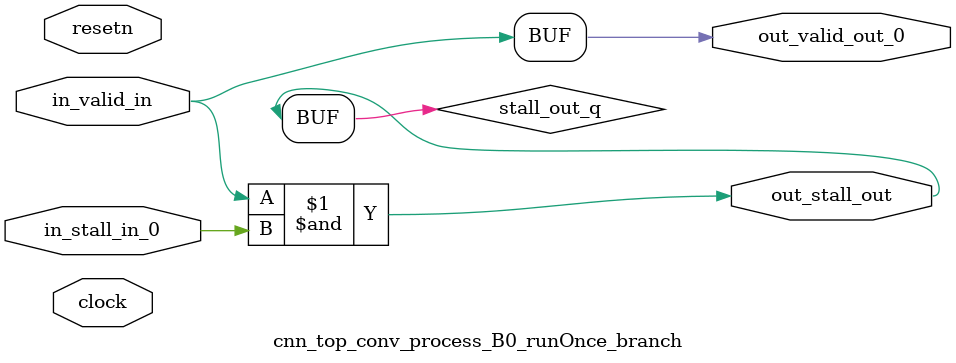
<source format=sv>



(* altera_attribute = "-name AUTO_SHIFT_REGISTER_RECOGNITION OFF; -name MESSAGE_DISABLE 10036; -name MESSAGE_DISABLE 10037; -name MESSAGE_DISABLE 14130; -name MESSAGE_DISABLE 14320; -name MESSAGE_DISABLE 15400; -name MESSAGE_DISABLE 14130; -name MESSAGE_DISABLE 10036; -name MESSAGE_DISABLE 12020; -name MESSAGE_DISABLE 12030; -name MESSAGE_DISABLE 12010; -name MESSAGE_DISABLE 12110; -name MESSAGE_DISABLE 14320; -name MESSAGE_DISABLE 13410; -name MESSAGE_DISABLE 113007; -name MESSAGE_DISABLE 10958" *)
module cnn_top_conv_process_B0_runOnce_branch (
    input wire [0:0] in_stall_in_0,
    input wire [0:0] in_valid_in,
    output wire [0:0] out_stall_out,
    output wire [0:0] out_valid_out_0,
    input wire clock,
    input wire resetn
    );

    wire [0:0] stall_out_q;


    // stall_out(LOGICAL,6)
    assign stall_out_q = in_valid_in & in_stall_in_0;

    // out_stall_out(GPOUT,4)
    assign out_stall_out = stall_out_q;

    // out_valid_out_0(GPOUT,5)
    assign out_valid_out_0 = in_valid_in;

endmodule

</source>
